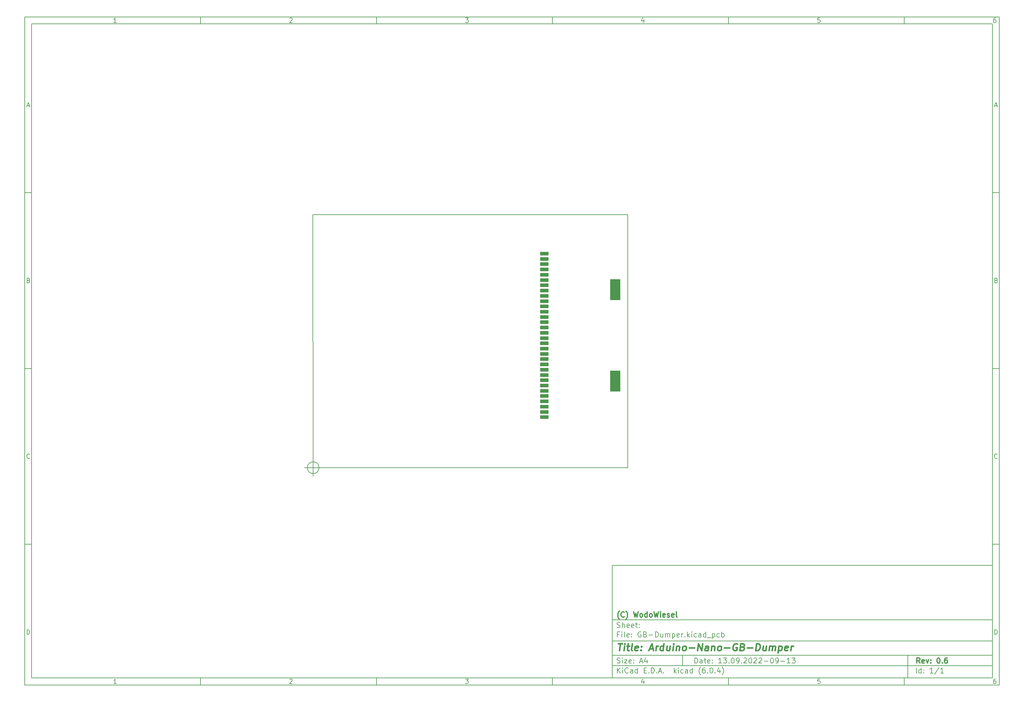
<source format=gbr>
%TF.GenerationSoftware,KiCad,Pcbnew,(6.0.4)*%
%TF.CreationDate,2022-10-03T14:38:53+02:00*%
%TF.ProjectId,GB-Dumper,47422d44-756d-4706-9572-2e6b69636164,0.6*%
%TF.SameCoordinates,PX57bcf00PY83cc3c0*%
%TF.FileFunction,Paste,Top*%
%TF.FilePolarity,Positive*%
%FSLAX46Y46*%
G04 Gerber Fmt 4.6, Leading zero omitted, Abs format (unit mm)*
G04 Created by KiCad (PCBNEW (6.0.4)) date 2022-10-03 14:38:53*
%MOMM*%
%LPD*%
G01*
G04 APERTURE LIST*
%ADD10C,0.100000*%
%ADD11C,0.150000*%
%ADD12C,0.300000*%
%ADD13C,0.400000*%
%TA.AperFunction,Profile*%
%ADD14C,0.150000*%
%TD*%
%ADD15R,2.400000X1.000000*%
%ADD16R,3.000000X6.000000*%
G04 APERTURE END LIST*
D10*
D11*
X85002200Y-27807200D02*
X85002200Y-59807200D01*
X193002200Y-59807200D01*
X193002200Y-27807200D01*
X85002200Y-27807200D01*
D10*
D11*
X-82000000Y128200000D02*
X-82000000Y-61807200D01*
X195002200Y-61807200D01*
X195002200Y128200000D01*
X-82000000Y128200000D01*
D10*
D11*
X-80000000Y126200000D02*
X-80000000Y-59807200D01*
X193002200Y-59807200D01*
X193002200Y126200000D01*
X-80000000Y126200000D01*
D10*
D11*
X-32000000Y126200000D02*
X-32000000Y128200000D01*
D10*
D11*
X18000000Y126200000D02*
X18000000Y128200000D01*
D10*
D11*
X68000000Y126200000D02*
X68000000Y128200000D01*
D10*
D11*
X118000000Y126200000D02*
X118000000Y128200000D01*
D10*
D11*
X168000000Y126200000D02*
X168000000Y128200000D01*
D10*
D11*
X-55934524Y126611905D02*
X-56677381Y126611905D01*
X-56305953Y126611905D02*
X-56305953Y127911905D01*
X-56429762Y127726191D01*
X-56553572Y127602381D01*
X-56677381Y127540477D01*
D10*
D11*
X-6677381Y127788096D02*
X-6615477Y127850000D01*
X-6491667Y127911905D01*
X-6182143Y127911905D01*
X-6058334Y127850000D01*
X-5996429Y127788096D01*
X-5934524Y127664286D01*
X-5934524Y127540477D01*
X-5996429Y127354762D01*
X-6739286Y126611905D01*
X-5934524Y126611905D01*
D10*
D11*
X43260714Y127911905D02*
X44065476Y127911905D01*
X43632142Y127416667D01*
X43817857Y127416667D01*
X43941666Y127354762D01*
X44003571Y127292858D01*
X44065476Y127169048D01*
X44065476Y126859524D01*
X44003571Y126735715D01*
X43941666Y126673810D01*
X43817857Y126611905D01*
X43446428Y126611905D01*
X43322619Y126673810D01*
X43260714Y126735715D01*
D10*
D11*
X93941666Y127478572D02*
X93941666Y126611905D01*
X93632142Y127973810D02*
X93322619Y127045239D01*
X94127380Y127045239D01*
D10*
D11*
X144003571Y127911905D02*
X143384523Y127911905D01*
X143322619Y127292858D01*
X143384523Y127354762D01*
X143508333Y127416667D01*
X143817857Y127416667D01*
X143941666Y127354762D01*
X144003571Y127292858D01*
X144065476Y127169048D01*
X144065476Y126859524D01*
X144003571Y126735715D01*
X143941666Y126673810D01*
X143817857Y126611905D01*
X143508333Y126611905D01*
X143384523Y126673810D01*
X143322619Y126735715D01*
D10*
D11*
X193941666Y127911905D02*
X193694047Y127911905D01*
X193570238Y127850000D01*
X193508333Y127788096D01*
X193384523Y127602381D01*
X193322619Y127354762D01*
X193322619Y126859524D01*
X193384523Y126735715D01*
X193446428Y126673810D01*
X193570238Y126611905D01*
X193817857Y126611905D01*
X193941666Y126673810D01*
X194003571Y126735715D01*
X194065476Y126859524D01*
X194065476Y127169048D01*
X194003571Y127292858D01*
X193941666Y127354762D01*
X193817857Y127416667D01*
X193570238Y127416667D01*
X193446428Y127354762D01*
X193384523Y127292858D01*
X193322619Y127169048D01*
D10*
D11*
X-32000000Y-59807200D02*
X-32000000Y-61807200D01*
D10*
D11*
X18000000Y-59807200D02*
X18000000Y-61807200D01*
D10*
D11*
X68000000Y-59807200D02*
X68000000Y-61807200D01*
D10*
D11*
X118000000Y-59807200D02*
X118000000Y-61807200D01*
D10*
D11*
X168000000Y-59807200D02*
X168000000Y-61807200D01*
D10*
D11*
X-55934524Y-61395295D02*
X-56677381Y-61395295D01*
X-56305953Y-61395295D02*
X-56305953Y-60095295D01*
X-56429762Y-60281009D01*
X-56553572Y-60404819D01*
X-56677381Y-60466723D01*
D10*
D11*
X-6677381Y-60219104D02*
X-6615477Y-60157200D01*
X-6491667Y-60095295D01*
X-6182143Y-60095295D01*
X-6058334Y-60157200D01*
X-5996429Y-60219104D01*
X-5934524Y-60342914D01*
X-5934524Y-60466723D01*
X-5996429Y-60652438D01*
X-6739286Y-61395295D01*
X-5934524Y-61395295D01*
D10*
D11*
X43260714Y-60095295D02*
X44065476Y-60095295D01*
X43632142Y-60590533D01*
X43817857Y-60590533D01*
X43941666Y-60652438D01*
X44003571Y-60714342D01*
X44065476Y-60838152D01*
X44065476Y-61147676D01*
X44003571Y-61271485D01*
X43941666Y-61333390D01*
X43817857Y-61395295D01*
X43446428Y-61395295D01*
X43322619Y-61333390D01*
X43260714Y-61271485D01*
D10*
D11*
X93941666Y-60528628D02*
X93941666Y-61395295D01*
X93632142Y-60033390D02*
X93322619Y-60961961D01*
X94127380Y-60961961D01*
D10*
D11*
X144003571Y-60095295D02*
X143384523Y-60095295D01*
X143322619Y-60714342D01*
X143384523Y-60652438D01*
X143508333Y-60590533D01*
X143817857Y-60590533D01*
X143941666Y-60652438D01*
X144003571Y-60714342D01*
X144065476Y-60838152D01*
X144065476Y-61147676D01*
X144003571Y-61271485D01*
X143941666Y-61333390D01*
X143817857Y-61395295D01*
X143508333Y-61395295D01*
X143384523Y-61333390D01*
X143322619Y-61271485D01*
D10*
D11*
X193941666Y-60095295D02*
X193694047Y-60095295D01*
X193570238Y-60157200D01*
X193508333Y-60219104D01*
X193384523Y-60404819D01*
X193322619Y-60652438D01*
X193322619Y-61147676D01*
X193384523Y-61271485D01*
X193446428Y-61333390D01*
X193570238Y-61395295D01*
X193817857Y-61395295D01*
X193941666Y-61333390D01*
X194003571Y-61271485D01*
X194065476Y-61147676D01*
X194065476Y-60838152D01*
X194003571Y-60714342D01*
X193941666Y-60652438D01*
X193817857Y-60590533D01*
X193570238Y-60590533D01*
X193446428Y-60652438D01*
X193384523Y-60714342D01*
X193322619Y-60838152D01*
D10*
D11*
X-82000000Y78200000D02*
X-80000000Y78200000D01*
D10*
D11*
X-82000000Y28200000D02*
X-80000000Y28200000D01*
D10*
D11*
X-82000000Y-21800000D02*
X-80000000Y-21800000D01*
D10*
D11*
X-81309524Y102983334D02*
X-80690477Y102983334D01*
X-81433334Y102611905D02*
X-81000000Y103911905D01*
X-80566667Y102611905D01*
D10*
D11*
X-80907143Y53292858D02*
X-80721429Y53230953D01*
X-80659524Y53169048D01*
X-80597620Y53045239D01*
X-80597620Y52859524D01*
X-80659524Y52735715D01*
X-80721429Y52673810D01*
X-80845239Y52611905D01*
X-81340477Y52611905D01*
X-81340477Y53911905D01*
X-80907143Y53911905D01*
X-80783334Y53850000D01*
X-80721429Y53788096D01*
X-80659524Y53664286D01*
X-80659524Y53540477D01*
X-80721429Y53416667D01*
X-80783334Y53354762D01*
X-80907143Y53292858D01*
X-81340477Y53292858D01*
D10*
D11*
X-80597620Y2735715D02*
X-80659524Y2673810D01*
X-80845239Y2611905D01*
X-80969048Y2611905D01*
X-81154762Y2673810D01*
X-81278572Y2797620D01*
X-81340477Y2921429D01*
X-81402381Y3169048D01*
X-81402381Y3354762D01*
X-81340477Y3602381D01*
X-81278572Y3726191D01*
X-81154762Y3850000D01*
X-80969048Y3911905D01*
X-80845239Y3911905D01*
X-80659524Y3850000D01*
X-80597620Y3788096D01*
D10*
D11*
X-81340477Y-47388095D02*
X-81340477Y-46088095D01*
X-81030953Y-46088095D01*
X-80845239Y-46150000D01*
X-80721429Y-46273809D01*
X-80659524Y-46397619D01*
X-80597620Y-46645238D01*
X-80597620Y-46830952D01*
X-80659524Y-47078571D01*
X-80721429Y-47202380D01*
X-80845239Y-47326190D01*
X-81030953Y-47388095D01*
X-81340477Y-47388095D01*
D10*
D11*
X195002200Y78200000D02*
X193002200Y78200000D01*
D10*
D11*
X195002200Y28200000D02*
X193002200Y28200000D01*
D10*
D11*
X195002200Y-21800000D02*
X193002200Y-21800000D01*
D10*
D11*
X193692676Y102983334D02*
X194311723Y102983334D01*
X193568866Y102611905D02*
X194002200Y103911905D01*
X194435533Y102611905D01*
D10*
D11*
X194095057Y53292858D02*
X194280771Y53230953D01*
X194342676Y53169048D01*
X194404580Y53045239D01*
X194404580Y52859524D01*
X194342676Y52735715D01*
X194280771Y52673810D01*
X194156961Y52611905D01*
X193661723Y52611905D01*
X193661723Y53911905D01*
X194095057Y53911905D01*
X194218866Y53850000D01*
X194280771Y53788096D01*
X194342676Y53664286D01*
X194342676Y53540477D01*
X194280771Y53416667D01*
X194218866Y53354762D01*
X194095057Y53292858D01*
X193661723Y53292858D01*
D10*
D11*
X194404580Y2735715D02*
X194342676Y2673810D01*
X194156961Y2611905D01*
X194033152Y2611905D01*
X193847438Y2673810D01*
X193723628Y2797620D01*
X193661723Y2921429D01*
X193599819Y3169048D01*
X193599819Y3354762D01*
X193661723Y3602381D01*
X193723628Y3726191D01*
X193847438Y3850000D01*
X194033152Y3911905D01*
X194156961Y3911905D01*
X194342676Y3850000D01*
X194404580Y3788096D01*
D10*
D11*
X193661723Y-47388095D02*
X193661723Y-46088095D01*
X193971247Y-46088095D01*
X194156961Y-46150000D01*
X194280771Y-46273809D01*
X194342676Y-46397619D01*
X194404580Y-46645238D01*
X194404580Y-46830952D01*
X194342676Y-47078571D01*
X194280771Y-47202380D01*
X194156961Y-47326190D01*
X193971247Y-47388095D01*
X193661723Y-47388095D01*
D10*
D11*
X108434342Y-55585771D02*
X108434342Y-54085771D01*
X108791485Y-54085771D01*
X109005771Y-54157200D01*
X109148628Y-54300057D01*
X109220057Y-54442914D01*
X109291485Y-54728628D01*
X109291485Y-54942914D01*
X109220057Y-55228628D01*
X109148628Y-55371485D01*
X109005771Y-55514342D01*
X108791485Y-55585771D01*
X108434342Y-55585771D01*
X110577200Y-55585771D02*
X110577200Y-54800057D01*
X110505771Y-54657200D01*
X110362914Y-54585771D01*
X110077200Y-54585771D01*
X109934342Y-54657200D01*
X110577200Y-55514342D02*
X110434342Y-55585771D01*
X110077200Y-55585771D01*
X109934342Y-55514342D01*
X109862914Y-55371485D01*
X109862914Y-55228628D01*
X109934342Y-55085771D01*
X110077200Y-55014342D01*
X110434342Y-55014342D01*
X110577200Y-54942914D01*
X111077200Y-54585771D02*
X111648628Y-54585771D01*
X111291485Y-54085771D02*
X111291485Y-55371485D01*
X111362914Y-55514342D01*
X111505771Y-55585771D01*
X111648628Y-55585771D01*
X112720057Y-55514342D02*
X112577200Y-55585771D01*
X112291485Y-55585771D01*
X112148628Y-55514342D01*
X112077200Y-55371485D01*
X112077200Y-54800057D01*
X112148628Y-54657200D01*
X112291485Y-54585771D01*
X112577200Y-54585771D01*
X112720057Y-54657200D01*
X112791485Y-54800057D01*
X112791485Y-54942914D01*
X112077200Y-55085771D01*
X113434342Y-55442914D02*
X113505771Y-55514342D01*
X113434342Y-55585771D01*
X113362914Y-55514342D01*
X113434342Y-55442914D01*
X113434342Y-55585771D01*
X113434342Y-54657200D02*
X113505771Y-54728628D01*
X113434342Y-54800057D01*
X113362914Y-54728628D01*
X113434342Y-54657200D01*
X113434342Y-54800057D01*
X116077200Y-55585771D02*
X115220057Y-55585771D01*
X115648628Y-55585771D02*
X115648628Y-54085771D01*
X115505771Y-54300057D01*
X115362914Y-54442914D01*
X115220057Y-54514342D01*
X116577200Y-54085771D02*
X117505771Y-54085771D01*
X117005771Y-54657200D01*
X117220057Y-54657200D01*
X117362914Y-54728628D01*
X117434342Y-54800057D01*
X117505771Y-54942914D01*
X117505771Y-55300057D01*
X117434342Y-55442914D01*
X117362914Y-55514342D01*
X117220057Y-55585771D01*
X116791485Y-55585771D01*
X116648628Y-55514342D01*
X116577200Y-55442914D01*
X118148628Y-55442914D02*
X118220057Y-55514342D01*
X118148628Y-55585771D01*
X118077200Y-55514342D01*
X118148628Y-55442914D01*
X118148628Y-55585771D01*
X119148628Y-54085771D02*
X119291485Y-54085771D01*
X119434342Y-54157200D01*
X119505771Y-54228628D01*
X119577200Y-54371485D01*
X119648628Y-54657200D01*
X119648628Y-55014342D01*
X119577200Y-55300057D01*
X119505771Y-55442914D01*
X119434342Y-55514342D01*
X119291485Y-55585771D01*
X119148628Y-55585771D01*
X119005771Y-55514342D01*
X118934342Y-55442914D01*
X118862914Y-55300057D01*
X118791485Y-55014342D01*
X118791485Y-54657200D01*
X118862914Y-54371485D01*
X118934342Y-54228628D01*
X119005771Y-54157200D01*
X119148628Y-54085771D01*
X120362914Y-55585771D02*
X120648628Y-55585771D01*
X120791485Y-55514342D01*
X120862914Y-55442914D01*
X121005771Y-55228628D01*
X121077200Y-54942914D01*
X121077200Y-54371485D01*
X121005771Y-54228628D01*
X120934342Y-54157200D01*
X120791485Y-54085771D01*
X120505771Y-54085771D01*
X120362914Y-54157200D01*
X120291485Y-54228628D01*
X120220057Y-54371485D01*
X120220057Y-54728628D01*
X120291485Y-54871485D01*
X120362914Y-54942914D01*
X120505771Y-55014342D01*
X120791485Y-55014342D01*
X120934342Y-54942914D01*
X121005771Y-54871485D01*
X121077200Y-54728628D01*
X121720057Y-55442914D02*
X121791485Y-55514342D01*
X121720057Y-55585771D01*
X121648628Y-55514342D01*
X121720057Y-55442914D01*
X121720057Y-55585771D01*
X122362914Y-54228628D02*
X122434342Y-54157200D01*
X122577200Y-54085771D01*
X122934342Y-54085771D01*
X123077200Y-54157200D01*
X123148628Y-54228628D01*
X123220057Y-54371485D01*
X123220057Y-54514342D01*
X123148628Y-54728628D01*
X122291485Y-55585771D01*
X123220057Y-55585771D01*
X124148628Y-54085771D02*
X124291485Y-54085771D01*
X124434342Y-54157200D01*
X124505771Y-54228628D01*
X124577200Y-54371485D01*
X124648628Y-54657200D01*
X124648628Y-55014342D01*
X124577200Y-55300057D01*
X124505771Y-55442914D01*
X124434342Y-55514342D01*
X124291485Y-55585771D01*
X124148628Y-55585771D01*
X124005771Y-55514342D01*
X123934342Y-55442914D01*
X123862914Y-55300057D01*
X123791485Y-55014342D01*
X123791485Y-54657200D01*
X123862914Y-54371485D01*
X123934342Y-54228628D01*
X124005771Y-54157200D01*
X124148628Y-54085771D01*
X125220057Y-54228628D02*
X125291485Y-54157200D01*
X125434342Y-54085771D01*
X125791485Y-54085771D01*
X125934342Y-54157200D01*
X126005771Y-54228628D01*
X126077200Y-54371485D01*
X126077200Y-54514342D01*
X126005771Y-54728628D01*
X125148628Y-55585771D01*
X126077200Y-55585771D01*
X126648628Y-54228628D02*
X126720057Y-54157200D01*
X126862914Y-54085771D01*
X127220057Y-54085771D01*
X127362914Y-54157200D01*
X127434342Y-54228628D01*
X127505771Y-54371485D01*
X127505771Y-54514342D01*
X127434342Y-54728628D01*
X126577200Y-55585771D01*
X127505771Y-55585771D01*
X128148628Y-55014342D02*
X129291485Y-55014342D01*
X130291485Y-54085771D02*
X130434342Y-54085771D01*
X130577200Y-54157200D01*
X130648628Y-54228628D01*
X130720057Y-54371485D01*
X130791485Y-54657200D01*
X130791485Y-55014342D01*
X130720057Y-55300057D01*
X130648628Y-55442914D01*
X130577200Y-55514342D01*
X130434342Y-55585771D01*
X130291485Y-55585771D01*
X130148628Y-55514342D01*
X130077200Y-55442914D01*
X130005771Y-55300057D01*
X129934342Y-55014342D01*
X129934342Y-54657200D01*
X130005771Y-54371485D01*
X130077200Y-54228628D01*
X130148628Y-54157200D01*
X130291485Y-54085771D01*
X131505771Y-55585771D02*
X131791485Y-55585771D01*
X131934342Y-55514342D01*
X132005771Y-55442914D01*
X132148628Y-55228628D01*
X132220057Y-54942914D01*
X132220057Y-54371485D01*
X132148628Y-54228628D01*
X132077200Y-54157200D01*
X131934342Y-54085771D01*
X131648628Y-54085771D01*
X131505771Y-54157200D01*
X131434342Y-54228628D01*
X131362914Y-54371485D01*
X131362914Y-54728628D01*
X131434342Y-54871485D01*
X131505771Y-54942914D01*
X131648628Y-55014342D01*
X131934342Y-55014342D01*
X132077200Y-54942914D01*
X132148628Y-54871485D01*
X132220057Y-54728628D01*
X132862914Y-55014342D02*
X134005771Y-55014342D01*
X135505771Y-55585771D02*
X134648628Y-55585771D01*
X135077200Y-55585771D02*
X135077200Y-54085771D01*
X134934342Y-54300057D01*
X134791485Y-54442914D01*
X134648628Y-54514342D01*
X136005771Y-54085771D02*
X136934342Y-54085771D01*
X136434342Y-54657200D01*
X136648628Y-54657200D01*
X136791485Y-54728628D01*
X136862914Y-54800057D01*
X136934342Y-54942914D01*
X136934342Y-55300057D01*
X136862914Y-55442914D01*
X136791485Y-55514342D01*
X136648628Y-55585771D01*
X136220057Y-55585771D01*
X136077200Y-55514342D01*
X136005771Y-55442914D01*
D10*
D11*
X85002200Y-56307200D02*
X193002200Y-56307200D01*
D10*
D11*
X86434342Y-58385771D02*
X86434342Y-56885771D01*
X87291485Y-58385771D02*
X86648628Y-57528628D01*
X87291485Y-56885771D02*
X86434342Y-57742914D01*
X87934342Y-58385771D02*
X87934342Y-57385771D01*
X87934342Y-56885771D02*
X87862914Y-56957200D01*
X87934342Y-57028628D01*
X88005771Y-56957200D01*
X87934342Y-56885771D01*
X87934342Y-57028628D01*
X89505771Y-58242914D02*
X89434342Y-58314342D01*
X89220057Y-58385771D01*
X89077200Y-58385771D01*
X88862914Y-58314342D01*
X88720057Y-58171485D01*
X88648628Y-58028628D01*
X88577200Y-57742914D01*
X88577200Y-57528628D01*
X88648628Y-57242914D01*
X88720057Y-57100057D01*
X88862914Y-56957200D01*
X89077200Y-56885771D01*
X89220057Y-56885771D01*
X89434342Y-56957200D01*
X89505771Y-57028628D01*
X90791485Y-58385771D02*
X90791485Y-57600057D01*
X90720057Y-57457200D01*
X90577200Y-57385771D01*
X90291485Y-57385771D01*
X90148628Y-57457200D01*
X90791485Y-58314342D02*
X90648628Y-58385771D01*
X90291485Y-58385771D01*
X90148628Y-58314342D01*
X90077200Y-58171485D01*
X90077200Y-58028628D01*
X90148628Y-57885771D01*
X90291485Y-57814342D01*
X90648628Y-57814342D01*
X90791485Y-57742914D01*
X92148628Y-58385771D02*
X92148628Y-56885771D01*
X92148628Y-58314342D02*
X92005771Y-58385771D01*
X91720057Y-58385771D01*
X91577200Y-58314342D01*
X91505771Y-58242914D01*
X91434342Y-58100057D01*
X91434342Y-57671485D01*
X91505771Y-57528628D01*
X91577200Y-57457200D01*
X91720057Y-57385771D01*
X92005771Y-57385771D01*
X92148628Y-57457200D01*
X94005771Y-57600057D02*
X94505771Y-57600057D01*
X94720057Y-58385771D02*
X94005771Y-58385771D01*
X94005771Y-56885771D01*
X94720057Y-56885771D01*
X95362914Y-58242914D02*
X95434342Y-58314342D01*
X95362914Y-58385771D01*
X95291485Y-58314342D01*
X95362914Y-58242914D01*
X95362914Y-58385771D01*
X96077200Y-58385771D02*
X96077200Y-56885771D01*
X96434342Y-56885771D01*
X96648628Y-56957200D01*
X96791485Y-57100057D01*
X96862914Y-57242914D01*
X96934342Y-57528628D01*
X96934342Y-57742914D01*
X96862914Y-58028628D01*
X96791485Y-58171485D01*
X96648628Y-58314342D01*
X96434342Y-58385771D01*
X96077200Y-58385771D01*
X97577200Y-58242914D02*
X97648628Y-58314342D01*
X97577200Y-58385771D01*
X97505771Y-58314342D01*
X97577200Y-58242914D01*
X97577200Y-58385771D01*
X98220057Y-57957200D02*
X98934342Y-57957200D01*
X98077200Y-58385771D02*
X98577200Y-56885771D01*
X99077200Y-58385771D01*
X99577200Y-58242914D02*
X99648628Y-58314342D01*
X99577200Y-58385771D01*
X99505771Y-58314342D01*
X99577200Y-58242914D01*
X99577200Y-58385771D01*
X102577200Y-58385771D02*
X102577200Y-56885771D01*
X102720057Y-57814342D02*
X103148628Y-58385771D01*
X103148628Y-57385771D02*
X102577200Y-57957200D01*
X103791485Y-58385771D02*
X103791485Y-57385771D01*
X103791485Y-56885771D02*
X103720057Y-56957200D01*
X103791485Y-57028628D01*
X103862914Y-56957200D01*
X103791485Y-56885771D01*
X103791485Y-57028628D01*
X105148628Y-58314342D02*
X105005771Y-58385771D01*
X104720057Y-58385771D01*
X104577200Y-58314342D01*
X104505771Y-58242914D01*
X104434342Y-58100057D01*
X104434342Y-57671485D01*
X104505771Y-57528628D01*
X104577200Y-57457200D01*
X104720057Y-57385771D01*
X105005771Y-57385771D01*
X105148628Y-57457200D01*
X106434342Y-58385771D02*
X106434342Y-57600057D01*
X106362914Y-57457200D01*
X106220057Y-57385771D01*
X105934342Y-57385771D01*
X105791485Y-57457200D01*
X106434342Y-58314342D02*
X106291485Y-58385771D01*
X105934342Y-58385771D01*
X105791485Y-58314342D01*
X105720057Y-58171485D01*
X105720057Y-58028628D01*
X105791485Y-57885771D01*
X105934342Y-57814342D01*
X106291485Y-57814342D01*
X106434342Y-57742914D01*
X107791485Y-58385771D02*
X107791485Y-56885771D01*
X107791485Y-58314342D02*
X107648628Y-58385771D01*
X107362914Y-58385771D01*
X107220057Y-58314342D01*
X107148628Y-58242914D01*
X107077200Y-58100057D01*
X107077200Y-57671485D01*
X107148628Y-57528628D01*
X107220057Y-57457200D01*
X107362914Y-57385771D01*
X107648628Y-57385771D01*
X107791485Y-57457200D01*
X110077200Y-58957200D02*
X110005771Y-58885771D01*
X109862914Y-58671485D01*
X109791485Y-58528628D01*
X109720057Y-58314342D01*
X109648628Y-57957200D01*
X109648628Y-57671485D01*
X109720057Y-57314342D01*
X109791485Y-57100057D01*
X109862914Y-56957200D01*
X110005771Y-56742914D01*
X110077200Y-56671485D01*
X111291485Y-56885771D02*
X111005771Y-56885771D01*
X110862914Y-56957200D01*
X110791485Y-57028628D01*
X110648628Y-57242914D01*
X110577200Y-57528628D01*
X110577200Y-58100057D01*
X110648628Y-58242914D01*
X110720057Y-58314342D01*
X110862914Y-58385771D01*
X111148628Y-58385771D01*
X111291485Y-58314342D01*
X111362914Y-58242914D01*
X111434342Y-58100057D01*
X111434342Y-57742914D01*
X111362914Y-57600057D01*
X111291485Y-57528628D01*
X111148628Y-57457200D01*
X110862914Y-57457200D01*
X110720057Y-57528628D01*
X110648628Y-57600057D01*
X110577200Y-57742914D01*
X112077200Y-58242914D02*
X112148628Y-58314342D01*
X112077200Y-58385771D01*
X112005771Y-58314342D01*
X112077200Y-58242914D01*
X112077200Y-58385771D01*
X113077200Y-56885771D02*
X113220057Y-56885771D01*
X113362914Y-56957200D01*
X113434342Y-57028628D01*
X113505771Y-57171485D01*
X113577200Y-57457200D01*
X113577200Y-57814342D01*
X113505771Y-58100057D01*
X113434342Y-58242914D01*
X113362914Y-58314342D01*
X113220057Y-58385771D01*
X113077200Y-58385771D01*
X112934342Y-58314342D01*
X112862914Y-58242914D01*
X112791485Y-58100057D01*
X112720057Y-57814342D01*
X112720057Y-57457200D01*
X112791485Y-57171485D01*
X112862914Y-57028628D01*
X112934342Y-56957200D01*
X113077200Y-56885771D01*
X114220057Y-58242914D02*
X114291485Y-58314342D01*
X114220057Y-58385771D01*
X114148628Y-58314342D01*
X114220057Y-58242914D01*
X114220057Y-58385771D01*
X115577200Y-57385771D02*
X115577200Y-58385771D01*
X115220057Y-56814342D02*
X114862914Y-57885771D01*
X115791485Y-57885771D01*
X116220057Y-58957200D02*
X116291485Y-58885771D01*
X116434342Y-58671485D01*
X116505771Y-58528628D01*
X116577200Y-58314342D01*
X116648628Y-57957200D01*
X116648628Y-57671485D01*
X116577200Y-57314342D01*
X116505771Y-57100057D01*
X116434342Y-56957200D01*
X116291485Y-56742914D01*
X116220057Y-56671485D01*
D10*
D11*
X85002200Y-53307200D02*
X193002200Y-53307200D01*
D10*
D12*
X172411485Y-55585771D02*
X171911485Y-54871485D01*
X171554342Y-55585771D02*
X171554342Y-54085771D01*
X172125771Y-54085771D01*
X172268628Y-54157200D01*
X172340057Y-54228628D01*
X172411485Y-54371485D01*
X172411485Y-54585771D01*
X172340057Y-54728628D01*
X172268628Y-54800057D01*
X172125771Y-54871485D01*
X171554342Y-54871485D01*
X173625771Y-55514342D02*
X173482914Y-55585771D01*
X173197200Y-55585771D01*
X173054342Y-55514342D01*
X172982914Y-55371485D01*
X172982914Y-54800057D01*
X173054342Y-54657200D01*
X173197200Y-54585771D01*
X173482914Y-54585771D01*
X173625771Y-54657200D01*
X173697200Y-54800057D01*
X173697200Y-54942914D01*
X172982914Y-55085771D01*
X174197200Y-54585771D02*
X174554342Y-55585771D01*
X174911485Y-54585771D01*
X175482914Y-55442914D02*
X175554342Y-55514342D01*
X175482914Y-55585771D01*
X175411485Y-55514342D01*
X175482914Y-55442914D01*
X175482914Y-55585771D01*
X175482914Y-54657200D02*
X175554342Y-54728628D01*
X175482914Y-54800057D01*
X175411485Y-54728628D01*
X175482914Y-54657200D01*
X175482914Y-54800057D01*
X177625771Y-54085771D02*
X177768628Y-54085771D01*
X177911485Y-54157200D01*
X177982914Y-54228628D01*
X178054342Y-54371485D01*
X178125771Y-54657200D01*
X178125771Y-55014342D01*
X178054342Y-55300057D01*
X177982914Y-55442914D01*
X177911485Y-55514342D01*
X177768628Y-55585771D01*
X177625771Y-55585771D01*
X177482914Y-55514342D01*
X177411485Y-55442914D01*
X177340057Y-55300057D01*
X177268628Y-55014342D01*
X177268628Y-54657200D01*
X177340057Y-54371485D01*
X177411485Y-54228628D01*
X177482914Y-54157200D01*
X177625771Y-54085771D01*
X178768628Y-55442914D02*
X178840057Y-55514342D01*
X178768628Y-55585771D01*
X178697200Y-55514342D01*
X178768628Y-55442914D01*
X178768628Y-55585771D01*
X180125771Y-54085771D02*
X179840057Y-54085771D01*
X179697200Y-54157200D01*
X179625771Y-54228628D01*
X179482914Y-54442914D01*
X179411485Y-54728628D01*
X179411485Y-55300057D01*
X179482914Y-55442914D01*
X179554342Y-55514342D01*
X179697200Y-55585771D01*
X179982914Y-55585771D01*
X180125771Y-55514342D01*
X180197200Y-55442914D01*
X180268628Y-55300057D01*
X180268628Y-54942914D01*
X180197200Y-54800057D01*
X180125771Y-54728628D01*
X179982914Y-54657200D01*
X179697200Y-54657200D01*
X179554342Y-54728628D01*
X179482914Y-54800057D01*
X179411485Y-54942914D01*
D10*
D11*
X86362914Y-55514342D02*
X86577200Y-55585771D01*
X86934342Y-55585771D01*
X87077200Y-55514342D01*
X87148628Y-55442914D01*
X87220057Y-55300057D01*
X87220057Y-55157200D01*
X87148628Y-55014342D01*
X87077200Y-54942914D01*
X86934342Y-54871485D01*
X86648628Y-54800057D01*
X86505771Y-54728628D01*
X86434342Y-54657200D01*
X86362914Y-54514342D01*
X86362914Y-54371485D01*
X86434342Y-54228628D01*
X86505771Y-54157200D01*
X86648628Y-54085771D01*
X87005771Y-54085771D01*
X87220057Y-54157200D01*
X87862914Y-55585771D02*
X87862914Y-54585771D01*
X87862914Y-54085771D02*
X87791485Y-54157200D01*
X87862914Y-54228628D01*
X87934342Y-54157200D01*
X87862914Y-54085771D01*
X87862914Y-54228628D01*
X88434342Y-54585771D02*
X89220057Y-54585771D01*
X88434342Y-55585771D01*
X89220057Y-55585771D01*
X90362914Y-55514342D02*
X90220057Y-55585771D01*
X89934342Y-55585771D01*
X89791485Y-55514342D01*
X89720057Y-55371485D01*
X89720057Y-54800057D01*
X89791485Y-54657200D01*
X89934342Y-54585771D01*
X90220057Y-54585771D01*
X90362914Y-54657200D01*
X90434342Y-54800057D01*
X90434342Y-54942914D01*
X89720057Y-55085771D01*
X91077200Y-55442914D02*
X91148628Y-55514342D01*
X91077200Y-55585771D01*
X91005771Y-55514342D01*
X91077200Y-55442914D01*
X91077200Y-55585771D01*
X91077200Y-54657200D02*
X91148628Y-54728628D01*
X91077200Y-54800057D01*
X91005771Y-54728628D01*
X91077200Y-54657200D01*
X91077200Y-54800057D01*
X92862914Y-55157200D02*
X93577200Y-55157200D01*
X92720057Y-55585771D02*
X93220057Y-54085771D01*
X93720057Y-55585771D01*
X94862914Y-54585771D02*
X94862914Y-55585771D01*
X94505771Y-54014342D02*
X94148628Y-55085771D01*
X95077200Y-55085771D01*
D10*
D11*
X171434342Y-58385771D02*
X171434342Y-56885771D01*
X172791485Y-58385771D02*
X172791485Y-56885771D01*
X172791485Y-58314342D02*
X172648628Y-58385771D01*
X172362914Y-58385771D01*
X172220057Y-58314342D01*
X172148628Y-58242914D01*
X172077200Y-58100057D01*
X172077200Y-57671485D01*
X172148628Y-57528628D01*
X172220057Y-57457200D01*
X172362914Y-57385771D01*
X172648628Y-57385771D01*
X172791485Y-57457200D01*
X173505771Y-58242914D02*
X173577200Y-58314342D01*
X173505771Y-58385771D01*
X173434342Y-58314342D01*
X173505771Y-58242914D01*
X173505771Y-58385771D01*
X173505771Y-57457200D02*
X173577200Y-57528628D01*
X173505771Y-57600057D01*
X173434342Y-57528628D01*
X173505771Y-57457200D01*
X173505771Y-57600057D01*
X176148628Y-58385771D02*
X175291485Y-58385771D01*
X175720057Y-58385771D02*
X175720057Y-56885771D01*
X175577200Y-57100057D01*
X175434342Y-57242914D01*
X175291485Y-57314342D01*
X177862914Y-56814342D02*
X176577200Y-58742914D01*
X179148628Y-58385771D02*
X178291485Y-58385771D01*
X178720057Y-58385771D02*
X178720057Y-56885771D01*
X178577200Y-57100057D01*
X178434342Y-57242914D01*
X178291485Y-57314342D01*
D10*
D11*
X85002200Y-49307200D02*
X193002200Y-49307200D01*
D10*
D13*
X86714580Y-50011961D02*
X87857438Y-50011961D01*
X87036009Y-52011961D02*
X87286009Y-50011961D01*
X88274104Y-52011961D02*
X88440771Y-50678628D01*
X88524104Y-50011961D02*
X88416961Y-50107200D01*
X88500295Y-50202438D01*
X88607438Y-50107200D01*
X88524104Y-50011961D01*
X88500295Y-50202438D01*
X89107438Y-50678628D02*
X89869342Y-50678628D01*
X89476485Y-50011961D02*
X89262200Y-51726247D01*
X89333628Y-51916723D01*
X89512200Y-52011961D01*
X89702676Y-52011961D01*
X90655057Y-52011961D02*
X90476485Y-51916723D01*
X90405057Y-51726247D01*
X90619342Y-50011961D01*
X92190771Y-51916723D02*
X91988390Y-52011961D01*
X91607438Y-52011961D01*
X91428866Y-51916723D01*
X91357438Y-51726247D01*
X91452676Y-50964342D01*
X91571723Y-50773866D01*
X91774104Y-50678628D01*
X92155057Y-50678628D01*
X92333628Y-50773866D01*
X92405057Y-50964342D01*
X92381247Y-51154819D01*
X91405057Y-51345295D01*
X93155057Y-51821485D02*
X93238390Y-51916723D01*
X93131247Y-52011961D01*
X93047914Y-51916723D01*
X93155057Y-51821485D01*
X93131247Y-52011961D01*
X93286009Y-50773866D02*
X93369342Y-50869104D01*
X93262200Y-50964342D01*
X93178866Y-50869104D01*
X93286009Y-50773866D01*
X93262200Y-50964342D01*
X95583628Y-51440533D02*
X96536009Y-51440533D01*
X95321723Y-52011961D02*
X96238390Y-50011961D01*
X96655057Y-52011961D01*
X97321723Y-52011961D02*
X97488390Y-50678628D01*
X97440771Y-51059580D02*
X97559819Y-50869104D01*
X97666961Y-50773866D01*
X97869342Y-50678628D01*
X98059819Y-50678628D01*
X99416961Y-52011961D02*
X99666961Y-50011961D01*
X99428866Y-51916723D02*
X99226485Y-52011961D01*
X98845533Y-52011961D01*
X98666961Y-51916723D01*
X98583628Y-51821485D01*
X98512200Y-51631009D01*
X98583628Y-51059580D01*
X98702676Y-50869104D01*
X98809819Y-50773866D01*
X99012200Y-50678628D01*
X99393152Y-50678628D01*
X99571723Y-50773866D01*
X101393152Y-50678628D02*
X101226485Y-52011961D01*
X100536009Y-50678628D02*
X100405057Y-51726247D01*
X100476485Y-51916723D01*
X100655057Y-52011961D01*
X100940771Y-52011961D01*
X101143152Y-51916723D01*
X101250295Y-51821485D01*
X102178866Y-52011961D02*
X102345533Y-50678628D01*
X102428866Y-50011961D02*
X102321723Y-50107200D01*
X102405057Y-50202438D01*
X102512200Y-50107200D01*
X102428866Y-50011961D01*
X102405057Y-50202438D01*
X103297914Y-50678628D02*
X103131247Y-52011961D01*
X103274104Y-50869104D02*
X103381247Y-50773866D01*
X103583628Y-50678628D01*
X103869342Y-50678628D01*
X104047914Y-50773866D01*
X104119342Y-50964342D01*
X103988390Y-52011961D01*
X105226485Y-52011961D02*
X105047914Y-51916723D01*
X104964580Y-51821485D01*
X104893152Y-51631009D01*
X104964580Y-51059580D01*
X105083628Y-50869104D01*
X105190771Y-50773866D01*
X105393152Y-50678628D01*
X105678866Y-50678628D01*
X105857438Y-50773866D01*
X105940771Y-50869104D01*
X106012200Y-51059580D01*
X105940771Y-51631009D01*
X105821723Y-51821485D01*
X105714580Y-51916723D01*
X105512200Y-52011961D01*
X105226485Y-52011961D01*
X106845533Y-51250057D02*
X108369342Y-51250057D01*
X109226485Y-52011961D02*
X109476485Y-50011961D01*
X110369342Y-52011961D01*
X110619342Y-50011961D01*
X112178866Y-52011961D02*
X112309819Y-50964342D01*
X112238390Y-50773866D01*
X112059819Y-50678628D01*
X111678866Y-50678628D01*
X111476485Y-50773866D01*
X112190771Y-51916723D02*
X111988390Y-52011961D01*
X111512200Y-52011961D01*
X111333628Y-51916723D01*
X111262200Y-51726247D01*
X111286009Y-51535771D01*
X111405057Y-51345295D01*
X111607438Y-51250057D01*
X112083628Y-51250057D01*
X112286009Y-51154819D01*
X113297914Y-50678628D02*
X113131247Y-52011961D01*
X113274104Y-50869104D02*
X113381247Y-50773866D01*
X113583628Y-50678628D01*
X113869342Y-50678628D01*
X114047914Y-50773866D01*
X114119342Y-50964342D01*
X113988390Y-52011961D01*
X115226485Y-52011961D02*
X115047914Y-51916723D01*
X114964580Y-51821485D01*
X114893152Y-51631009D01*
X114964580Y-51059580D01*
X115083628Y-50869104D01*
X115190771Y-50773866D01*
X115393152Y-50678628D01*
X115678866Y-50678628D01*
X115857438Y-50773866D01*
X115940771Y-50869104D01*
X116012200Y-51059580D01*
X115940771Y-51631009D01*
X115821723Y-51821485D01*
X115714580Y-51916723D01*
X115512200Y-52011961D01*
X115226485Y-52011961D01*
X116845533Y-51250057D02*
X118369342Y-51250057D01*
X120512200Y-50107200D02*
X120333628Y-50011961D01*
X120047914Y-50011961D01*
X119750295Y-50107200D01*
X119536009Y-50297676D01*
X119416961Y-50488152D01*
X119274104Y-50869104D01*
X119238390Y-51154819D01*
X119286009Y-51535771D01*
X119357438Y-51726247D01*
X119524104Y-51916723D01*
X119797914Y-52011961D01*
X119988390Y-52011961D01*
X120286009Y-51916723D01*
X120393152Y-51821485D01*
X120476485Y-51154819D01*
X120095533Y-51154819D01*
X122024104Y-50964342D02*
X122297914Y-51059580D01*
X122381247Y-51154819D01*
X122452676Y-51345295D01*
X122416961Y-51631009D01*
X122297914Y-51821485D01*
X122190771Y-51916723D01*
X121988390Y-52011961D01*
X121226485Y-52011961D01*
X121476485Y-50011961D01*
X122143152Y-50011961D01*
X122321723Y-50107200D01*
X122405057Y-50202438D01*
X122476485Y-50392914D01*
X122452676Y-50583390D01*
X122333628Y-50773866D01*
X122226485Y-50869104D01*
X122024104Y-50964342D01*
X121357438Y-50964342D01*
X123321723Y-51250057D02*
X124845533Y-51250057D01*
X125702676Y-52011961D02*
X125952676Y-50011961D01*
X126428866Y-50011961D01*
X126702676Y-50107200D01*
X126869342Y-50297676D01*
X126940771Y-50488152D01*
X126988390Y-50869104D01*
X126952676Y-51154819D01*
X126809819Y-51535771D01*
X126690771Y-51726247D01*
X126476485Y-51916723D01*
X126178866Y-52011961D01*
X125702676Y-52011961D01*
X128726485Y-50678628D02*
X128559819Y-52011961D01*
X127869342Y-50678628D02*
X127738390Y-51726247D01*
X127809819Y-51916723D01*
X127988390Y-52011961D01*
X128274104Y-52011961D01*
X128476485Y-51916723D01*
X128583628Y-51821485D01*
X129512200Y-52011961D02*
X129678866Y-50678628D01*
X129655057Y-50869104D02*
X129762200Y-50773866D01*
X129964580Y-50678628D01*
X130250295Y-50678628D01*
X130428866Y-50773866D01*
X130500295Y-50964342D01*
X130369342Y-52011961D01*
X130500295Y-50964342D02*
X130619342Y-50773866D01*
X130821723Y-50678628D01*
X131107438Y-50678628D01*
X131286009Y-50773866D01*
X131357438Y-50964342D01*
X131226485Y-52011961D01*
X132345533Y-50678628D02*
X132095533Y-52678628D01*
X132333628Y-50773866D02*
X132536009Y-50678628D01*
X132916961Y-50678628D01*
X133095533Y-50773866D01*
X133178866Y-50869104D01*
X133250295Y-51059580D01*
X133178866Y-51631009D01*
X133059819Y-51821485D01*
X132952676Y-51916723D01*
X132750295Y-52011961D01*
X132369342Y-52011961D01*
X132190771Y-51916723D01*
X134762200Y-51916723D02*
X134559819Y-52011961D01*
X134178866Y-52011961D01*
X134000295Y-51916723D01*
X133928866Y-51726247D01*
X134024104Y-50964342D01*
X134143152Y-50773866D01*
X134345533Y-50678628D01*
X134726485Y-50678628D01*
X134905057Y-50773866D01*
X134976485Y-50964342D01*
X134952676Y-51154819D01*
X133976485Y-51345295D01*
X135702676Y-52011961D02*
X135869342Y-50678628D01*
X135821723Y-51059580D02*
X135940771Y-50869104D01*
X136047914Y-50773866D01*
X136250295Y-50678628D01*
X136440771Y-50678628D01*
D10*
D11*
X86934342Y-47400057D02*
X86434342Y-47400057D01*
X86434342Y-48185771D02*
X86434342Y-46685771D01*
X87148628Y-46685771D01*
X87720057Y-48185771D02*
X87720057Y-47185771D01*
X87720057Y-46685771D02*
X87648628Y-46757200D01*
X87720057Y-46828628D01*
X87791485Y-46757200D01*
X87720057Y-46685771D01*
X87720057Y-46828628D01*
X88648628Y-48185771D02*
X88505771Y-48114342D01*
X88434342Y-47971485D01*
X88434342Y-46685771D01*
X89791485Y-48114342D02*
X89648628Y-48185771D01*
X89362914Y-48185771D01*
X89220057Y-48114342D01*
X89148628Y-47971485D01*
X89148628Y-47400057D01*
X89220057Y-47257200D01*
X89362914Y-47185771D01*
X89648628Y-47185771D01*
X89791485Y-47257200D01*
X89862914Y-47400057D01*
X89862914Y-47542914D01*
X89148628Y-47685771D01*
X90505771Y-48042914D02*
X90577200Y-48114342D01*
X90505771Y-48185771D01*
X90434342Y-48114342D01*
X90505771Y-48042914D01*
X90505771Y-48185771D01*
X90505771Y-47257200D02*
X90577200Y-47328628D01*
X90505771Y-47400057D01*
X90434342Y-47328628D01*
X90505771Y-47257200D01*
X90505771Y-47400057D01*
X93148628Y-46757200D02*
X93005771Y-46685771D01*
X92791485Y-46685771D01*
X92577200Y-46757200D01*
X92434342Y-46900057D01*
X92362914Y-47042914D01*
X92291485Y-47328628D01*
X92291485Y-47542914D01*
X92362914Y-47828628D01*
X92434342Y-47971485D01*
X92577200Y-48114342D01*
X92791485Y-48185771D01*
X92934342Y-48185771D01*
X93148628Y-48114342D01*
X93220057Y-48042914D01*
X93220057Y-47542914D01*
X92934342Y-47542914D01*
X94362914Y-47400057D02*
X94577200Y-47471485D01*
X94648628Y-47542914D01*
X94720057Y-47685771D01*
X94720057Y-47900057D01*
X94648628Y-48042914D01*
X94577200Y-48114342D01*
X94434342Y-48185771D01*
X93862914Y-48185771D01*
X93862914Y-46685771D01*
X94362914Y-46685771D01*
X94505771Y-46757200D01*
X94577200Y-46828628D01*
X94648628Y-46971485D01*
X94648628Y-47114342D01*
X94577200Y-47257200D01*
X94505771Y-47328628D01*
X94362914Y-47400057D01*
X93862914Y-47400057D01*
X95362914Y-47614342D02*
X96505771Y-47614342D01*
X97220057Y-48185771D02*
X97220057Y-46685771D01*
X97577200Y-46685771D01*
X97791485Y-46757200D01*
X97934342Y-46900057D01*
X98005771Y-47042914D01*
X98077200Y-47328628D01*
X98077200Y-47542914D01*
X98005771Y-47828628D01*
X97934342Y-47971485D01*
X97791485Y-48114342D01*
X97577200Y-48185771D01*
X97220057Y-48185771D01*
X99362914Y-47185771D02*
X99362914Y-48185771D01*
X98720057Y-47185771D02*
X98720057Y-47971485D01*
X98791485Y-48114342D01*
X98934342Y-48185771D01*
X99148628Y-48185771D01*
X99291485Y-48114342D01*
X99362914Y-48042914D01*
X100077200Y-48185771D02*
X100077200Y-47185771D01*
X100077200Y-47328628D02*
X100148628Y-47257200D01*
X100291485Y-47185771D01*
X100505771Y-47185771D01*
X100648628Y-47257200D01*
X100720057Y-47400057D01*
X100720057Y-48185771D01*
X100720057Y-47400057D02*
X100791485Y-47257200D01*
X100934342Y-47185771D01*
X101148628Y-47185771D01*
X101291485Y-47257200D01*
X101362914Y-47400057D01*
X101362914Y-48185771D01*
X102077200Y-47185771D02*
X102077200Y-48685771D01*
X102077200Y-47257200D02*
X102220057Y-47185771D01*
X102505771Y-47185771D01*
X102648628Y-47257200D01*
X102720057Y-47328628D01*
X102791485Y-47471485D01*
X102791485Y-47900057D01*
X102720057Y-48042914D01*
X102648628Y-48114342D01*
X102505771Y-48185771D01*
X102220057Y-48185771D01*
X102077200Y-48114342D01*
X104005771Y-48114342D02*
X103862914Y-48185771D01*
X103577200Y-48185771D01*
X103434342Y-48114342D01*
X103362914Y-47971485D01*
X103362914Y-47400057D01*
X103434342Y-47257200D01*
X103577200Y-47185771D01*
X103862914Y-47185771D01*
X104005771Y-47257200D01*
X104077200Y-47400057D01*
X104077200Y-47542914D01*
X103362914Y-47685771D01*
X104720057Y-48185771D02*
X104720057Y-47185771D01*
X104720057Y-47471485D02*
X104791485Y-47328628D01*
X104862914Y-47257200D01*
X105005771Y-47185771D01*
X105148628Y-47185771D01*
X105648628Y-48042914D02*
X105720057Y-48114342D01*
X105648628Y-48185771D01*
X105577200Y-48114342D01*
X105648628Y-48042914D01*
X105648628Y-48185771D01*
X106362914Y-48185771D02*
X106362914Y-46685771D01*
X106505771Y-47614342D02*
X106934342Y-48185771D01*
X106934342Y-47185771D02*
X106362914Y-47757200D01*
X107577200Y-48185771D02*
X107577200Y-47185771D01*
X107577200Y-46685771D02*
X107505771Y-46757200D01*
X107577200Y-46828628D01*
X107648628Y-46757200D01*
X107577200Y-46685771D01*
X107577200Y-46828628D01*
X108934342Y-48114342D02*
X108791485Y-48185771D01*
X108505771Y-48185771D01*
X108362914Y-48114342D01*
X108291485Y-48042914D01*
X108220057Y-47900057D01*
X108220057Y-47471485D01*
X108291485Y-47328628D01*
X108362914Y-47257200D01*
X108505771Y-47185771D01*
X108791485Y-47185771D01*
X108934342Y-47257200D01*
X110220057Y-48185771D02*
X110220057Y-47400057D01*
X110148628Y-47257200D01*
X110005771Y-47185771D01*
X109720057Y-47185771D01*
X109577200Y-47257200D01*
X110220057Y-48114342D02*
X110077200Y-48185771D01*
X109720057Y-48185771D01*
X109577200Y-48114342D01*
X109505771Y-47971485D01*
X109505771Y-47828628D01*
X109577200Y-47685771D01*
X109720057Y-47614342D01*
X110077200Y-47614342D01*
X110220057Y-47542914D01*
X111577200Y-48185771D02*
X111577200Y-46685771D01*
X111577200Y-48114342D02*
X111434342Y-48185771D01*
X111148628Y-48185771D01*
X111005771Y-48114342D01*
X110934342Y-48042914D01*
X110862914Y-47900057D01*
X110862914Y-47471485D01*
X110934342Y-47328628D01*
X111005771Y-47257200D01*
X111148628Y-47185771D01*
X111434342Y-47185771D01*
X111577200Y-47257200D01*
X111934342Y-48328628D02*
X113077200Y-48328628D01*
X113434342Y-47185771D02*
X113434342Y-48685771D01*
X113434342Y-47257200D02*
X113577200Y-47185771D01*
X113862914Y-47185771D01*
X114005771Y-47257200D01*
X114077200Y-47328628D01*
X114148628Y-47471485D01*
X114148628Y-47900057D01*
X114077200Y-48042914D01*
X114005771Y-48114342D01*
X113862914Y-48185771D01*
X113577200Y-48185771D01*
X113434342Y-48114342D01*
X115434342Y-48114342D02*
X115291485Y-48185771D01*
X115005771Y-48185771D01*
X114862914Y-48114342D01*
X114791485Y-48042914D01*
X114720057Y-47900057D01*
X114720057Y-47471485D01*
X114791485Y-47328628D01*
X114862914Y-47257200D01*
X115005771Y-47185771D01*
X115291485Y-47185771D01*
X115434342Y-47257200D01*
X116077200Y-48185771D02*
X116077200Y-46685771D01*
X116077200Y-47257200D02*
X116220057Y-47185771D01*
X116505771Y-47185771D01*
X116648628Y-47257200D01*
X116720057Y-47328628D01*
X116791485Y-47471485D01*
X116791485Y-47900057D01*
X116720057Y-48042914D01*
X116648628Y-48114342D01*
X116505771Y-48185771D01*
X116220057Y-48185771D01*
X116077200Y-48114342D01*
D10*
D11*
X85002200Y-43307200D02*
X193002200Y-43307200D01*
D10*
D11*
X86362914Y-45414342D02*
X86577200Y-45485771D01*
X86934342Y-45485771D01*
X87077200Y-45414342D01*
X87148628Y-45342914D01*
X87220057Y-45200057D01*
X87220057Y-45057200D01*
X87148628Y-44914342D01*
X87077200Y-44842914D01*
X86934342Y-44771485D01*
X86648628Y-44700057D01*
X86505771Y-44628628D01*
X86434342Y-44557200D01*
X86362914Y-44414342D01*
X86362914Y-44271485D01*
X86434342Y-44128628D01*
X86505771Y-44057200D01*
X86648628Y-43985771D01*
X87005771Y-43985771D01*
X87220057Y-44057200D01*
X87862914Y-45485771D02*
X87862914Y-43985771D01*
X88505771Y-45485771D02*
X88505771Y-44700057D01*
X88434342Y-44557200D01*
X88291485Y-44485771D01*
X88077200Y-44485771D01*
X87934342Y-44557200D01*
X87862914Y-44628628D01*
X89791485Y-45414342D02*
X89648628Y-45485771D01*
X89362914Y-45485771D01*
X89220057Y-45414342D01*
X89148628Y-45271485D01*
X89148628Y-44700057D01*
X89220057Y-44557200D01*
X89362914Y-44485771D01*
X89648628Y-44485771D01*
X89791485Y-44557200D01*
X89862914Y-44700057D01*
X89862914Y-44842914D01*
X89148628Y-44985771D01*
X91077200Y-45414342D02*
X90934342Y-45485771D01*
X90648628Y-45485771D01*
X90505771Y-45414342D01*
X90434342Y-45271485D01*
X90434342Y-44700057D01*
X90505771Y-44557200D01*
X90648628Y-44485771D01*
X90934342Y-44485771D01*
X91077200Y-44557200D01*
X91148628Y-44700057D01*
X91148628Y-44842914D01*
X90434342Y-44985771D01*
X91577200Y-44485771D02*
X92148628Y-44485771D01*
X91791485Y-43985771D02*
X91791485Y-45271485D01*
X91862914Y-45414342D01*
X92005771Y-45485771D01*
X92148628Y-45485771D01*
X92648628Y-45342914D02*
X92720057Y-45414342D01*
X92648628Y-45485771D01*
X92577200Y-45414342D01*
X92648628Y-45342914D01*
X92648628Y-45485771D01*
X92648628Y-44557200D02*
X92720057Y-44628628D01*
X92648628Y-44700057D01*
X92577200Y-44628628D01*
X92648628Y-44557200D01*
X92648628Y-44700057D01*
D10*
D12*
X86982914Y-43057200D02*
X86911485Y-42985771D01*
X86768628Y-42771485D01*
X86697200Y-42628628D01*
X86625771Y-42414342D01*
X86554342Y-42057200D01*
X86554342Y-41771485D01*
X86625771Y-41414342D01*
X86697200Y-41200057D01*
X86768628Y-41057200D01*
X86911485Y-40842914D01*
X86982914Y-40771485D01*
X88411485Y-42342914D02*
X88340057Y-42414342D01*
X88125771Y-42485771D01*
X87982914Y-42485771D01*
X87768628Y-42414342D01*
X87625771Y-42271485D01*
X87554342Y-42128628D01*
X87482914Y-41842914D01*
X87482914Y-41628628D01*
X87554342Y-41342914D01*
X87625771Y-41200057D01*
X87768628Y-41057200D01*
X87982914Y-40985771D01*
X88125771Y-40985771D01*
X88340057Y-41057200D01*
X88411485Y-41128628D01*
X88911485Y-43057200D02*
X88982914Y-42985771D01*
X89125771Y-42771485D01*
X89197200Y-42628628D01*
X89268628Y-42414342D01*
X89340057Y-42057200D01*
X89340057Y-41771485D01*
X89268628Y-41414342D01*
X89197200Y-41200057D01*
X89125771Y-41057200D01*
X88982914Y-40842914D01*
X88911485Y-40771485D01*
X91054342Y-40985771D02*
X91411485Y-42485771D01*
X91697200Y-41414342D01*
X91982914Y-42485771D01*
X92340057Y-40985771D01*
X93125771Y-42485771D02*
X92982914Y-42414342D01*
X92911485Y-42342914D01*
X92840057Y-42200057D01*
X92840057Y-41771485D01*
X92911485Y-41628628D01*
X92982914Y-41557200D01*
X93125771Y-41485771D01*
X93340057Y-41485771D01*
X93482914Y-41557200D01*
X93554342Y-41628628D01*
X93625771Y-41771485D01*
X93625771Y-42200057D01*
X93554342Y-42342914D01*
X93482914Y-42414342D01*
X93340057Y-42485771D01*
X93125771Y-42485771D01*
X94911485Y-42485771D02*
X94911485Y-40985771D01*
X94911485Y-42414342D02*
X94768628Y-42485771D01*
X94482914Y-42485771D01*
X94340057Y-42414342D01*
X94268628Y-42342914D01*
X94197200Y-42200057D01*
X94197200Y-41771485D01*
X94268628Y-41628628D01*
X94340057Y-41557200D01*
X94482914Y-41485771D01*
X94768628Y-41485771D01*
X94911485Y-41557200D01*
X95840057Y-42485771D02*
X95697200Y-42414342D01*
X95625771Y-42342914D01*
X95554342Y-42200057D01*
X95554342Y-41771485D01*
X95625771Y-41628628D01*
X95697200Y-41557200D01*
X95840057Y-41485771D01*
X96054342Y-41485771D01*
X96197200Y-41557200D01*
X96268628Y-41628628D01*
X96340057Y-41771485D01*
X96340057Y-42200057D01*
X96268628Y-42342914D01*
X96197200Y-42414342D01*
X96054342Y-42485771D01*
X95840057Y-42485771D01*
X96840057Y-40985771D02*
X97197200Y-42485771D01*
X97482914Y-41414342D01*
X97768628Y-42485771D01*
X98125771Y-40985771D01*
X98697200Y-42485771D02*
X98697200Y-41485771D01*
X98697200Y-40985771D02*
X98625771Y-41057200D01*
X98697200Y-41128628D01*
X98768628Y-41057200D01*
X98697200Y-40985771D01*
X98697200Y-41128628D01*
X99982914Y-42414342D02*
X99840057Y-42485771D01*
X99554342Y-42485771D01*
X99411485Y-42414342D01*
X99340057Y-42271485D01*
X99340057Y-41700057D01*
X99411485Y-41557200D01*
X99554342Y-41485771D01*
X99840057Y-41485771D01*
X99982914Y-41557200D01*
X100054342Y-41700057D01*
X100054342Y-41842914D01*
X99340057Y-41985771D01*
X100625771Y-42414342D02*
X100768628Y-42485771D01*
X101054342Y-42485771D01*
X101197200Y-42414342D01*
X101268628Y-42271485D01*
X101268628Y-42200057D01*
X101197200Y-42057200D01*
X101054342Y-41985771D01*
X100840057Y-41985771D01*
X100697200Y-41914342D01*
X100625771Y-41771485D01*
X100625771Y-41700057D01*
X100697200Y-41557200D01*
X100840057Y-41485771D01*
X101054342Y-41485771D01*
X101197200Y-41557200D01*
X102482914Y-42414342D02*
X102340057Y-42485771D01*
X102054342Y-42485771D01*
X101911485Y-42414342D01*
X101840057Y-42271485D01*
X101840057Y-41700057D01*
X101911485Y-41557200D01*
X102054342Y-41485771D01*
X102340057Y-41485771D01*
X102482914Y-41557200D01*
X102554342Y-41700057D01*
X102554342Y-41842914D01*
X101840057Y-41985771D01*
X103411485Y-42485771D02*
X103268628Y-42414342D01*
X103197200Y-42271485D01*
X103197200Y-40985771D01*
D10*
D11*
D10*
D11*
D10*
D11*
D10*
D11*
D10*
D11*
X105002200Y-53307200D02*
X105002200Y-56307200D01*
D10*
D11*
X169002200Y-53307200D02*
X169002200Y-59807200D01*
D14*
X89356000Y72000000D02*
X89356000Y24000D01*
X-100000Y72000000D02*
X89356000Y72000000D01*
X0Y0D02*
X-100000Y72000000D01*
X89356000Y24000D02*
X0Y0D01*
X1666666Y0D02*
G75*
G03*
X1666666Y0I-1666666J0D01*
G01*
X-2500000Y0D02*
X2500000Y0D01*
X0Y2500000D02*
X0Y-2500000D01*
D15*
%TO.C,J1*%
X65644000Y60866000D03*
X65644000Y59366000D03*
X65644000Y57866000D03*
X65644000Y56366000D03*
X65644000Y54866000D03*
X65644000Y53366000D03*
X65644000Y51866000D03*
X65644000Y50366000D03*
X65644000Y48866000D03*
X65644000Y47366000D03*
X65644000Y45866000D03*
X65644000Y44366000D03*
X65644000Y42866000D03*
X65644000Y41366000D03*
X65644000Y39866000D03*
X65644000Y38366000D03*
X65644000Y36866000D03*
X65644000Y35366000D03*
X65644000Y33866000D03*
X65644000Y32366000D03*
X65644000Y30866000D03*
X65644000Y29366000D03*
X65644000Y27866000D03*
X65644000Y26366000D03*
X65644000Y24866000D03*
X65644000Y23366000D03*
X65644000Y21866000D03*
X65644000Y20366000D03*
X65644000Y18866000D03*
X65644000Y17366000D03*
X65644000Y15866000D03*
X65644000Y14366000D03*
D16*
X85844000Y50616000D03*
X85844000Y24616000D03*
%TD*%
M02*

</source>
